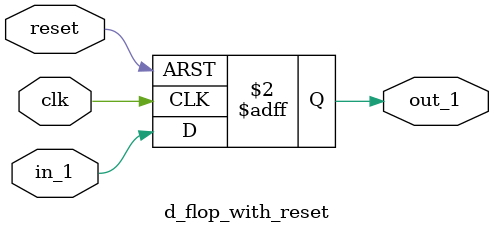
<source format=v>
/*
 * d_flop_with_reset example
 *      a d-flop passes through in_1 on a pos-edge of the clock
 *      when pos-edge of reset is triggered, the output resets to low regardless of previous input
 */

module d_flop_with_reset (clk,
                          reset,
                          in_1,
                          out_1);
		
		/* ----------- Port definition ----------- */
		input clk;
		input reset;
		input in_1;
		
		output out_1;
		reg  out_1;
		
		/* ----------- Wires ----------- */
		
		
		/* ----------- Design Implementation  ----------- */
		always @(posedge clk or posedge reset)
		begin
				if (reset)
				// static constant notation
						out_1 <= 1'b0;
				else
				// pass-through input
						out_1 <= in_1;
		end
		
		
endmodule

</source>
